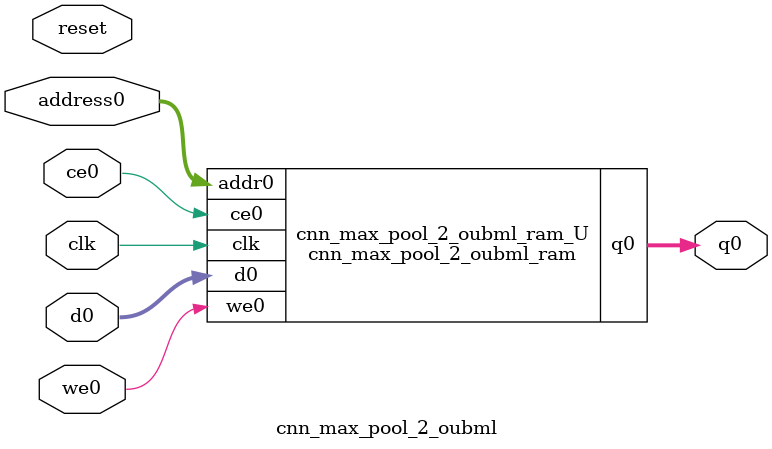
<source format=v>
`timescale 1 ns / 1 ps
module cnn_max_pool_2_oubml_ram (addr0, ce0, d0, we0, q0,  clk);

parameter DWIDTH = 14;
parameter AWIDTH = 9;
parameter MEM_SIZE = 400;

input[AWIDTH-1:0] addr0;
input ce0;
input[DWIDTH-1:0] d0;
input we0;
output reg[DWIDTH-1:0] q0;
input clk;

(* ram_style = "block" *)reg [DWIDTH-1:0] ram[0:MEM_SIZE-1];




always @(posedge clk)  
begin 
    if (ce0) 
    begin
        if (we0) 
        begin 
            ram[addr0] <= d0; 
        end 
        q0 <= ram[addr0];
    end
end


endmodule

`timescale 1 ns / 1 ps
module cnn_max_pool_2_oubml(
    reset,
    clk,
    address0,
    ce0,
    we0,
    d0,
    q0);

parameter DataWidth = 32'd14;
parameter AddressRange = 32'd400;
parameter AddressWidth = 32'd9;
input reset;
input clk;
input[AddressWidth - 1:0] address0;
input ce0;
input we0;
input[DataWidth - 1:0] d0;
output[DataWidth - 1:0] q0;



cnn_max_pool_2_oubml_ram cnn_max_pool_2_oubml_ram_U(
    .clk( clk ),
    .addr0( address0 ),
    .ce0( ce0 ),
    .we0( we0 ),
    .d0( d0 ),
    .q0( q0 ));

endmodule


</source>
